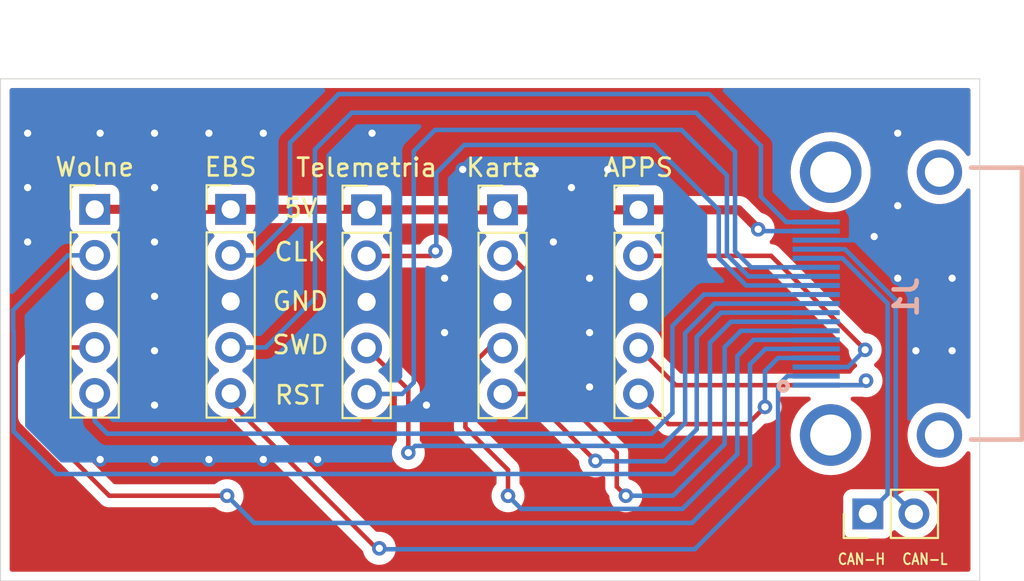
<source format=kicad_pcb>
(kicad_pcb (version 20211014) (generator pcbnew)
  (layers (0 "F.Cu" signal) (31 "B.Cu" signal) (34 "B.Paste" user) (35 "F.Paste" user) (36 "B.SilkS" user "B.Silkscreen") (37 "F.SilkS" user "F.Silkscreen") (38 "B.Mask" user) (39 "F.Mask" user) (44 "Edge.Cuts" user))
  (net 0 "")
  (net 1 "GND")
  (net 2 "+5V")
  (net 3 "/CLK1")
  (net 4 "/SWD1")
  (net 5 "/RST1")
  (net 6 "/CLK4")
  (net 7 "/SWD4")
  (net 8 "/RST4")
  (net 9 "/CLK2")
  (net 10 "/SWD2")
  (net 11 "/RST2")
  (net 12 "/CAN-H")
  (net 13 "/CAN-L")
  (net 14 "/CLK5")
  (net 15 "/SWD5")
  (net 16 "/RST5")
  (net 17 "/CLK3")
  (net 18 "/SWD3")
  (net 19 "/RST3")
  (footprint "Connector_PinHeader_2.54mm:PinHeader_1x05_P2.54mm_Vertical" (layer "F.Cu") (at 147.1 93.925)
    (fp_text reference "Telemetria" (at 0 -2.33) (layer "F.SilkS"))
    (fp_text value "3")
    (fp_line (start -1.33 -1.33) (end 0 -1.33) (layer "F.SilkS") (width 0.12))
    (fp_line (start -1.33 1.27) (end 1.33 1.27) (layer "F.SilkS") (width 0.12))
    (fp_line (start -1.33 1.27) (end -1.33 11.49) (layer "F.SilkS") (width 0.12))
    (fp_line (start 1.33 1.27) (end 1.33 11.49) (layer "F.SilkS") (width 0.12))
    (fp_line (start -1.33 0) (end -1.33 -1.33) (layer "F.SilkS") (width 0.12))
    (fp_line (start -1.33 11.49) (end 1.33 11.49) (layer "F.SilkS") (width 0.12))
    (pad "1" thru_hole rect (at 0 0) (size 1.7 1.7) (drill 1) (layers *.Cu *.Mask) (net 2 "+5V"))
    (pad "2" thru_hole oval (at 0 2.54) (size 1.7 1.7) (drill 1) (layers *.Cu *.Mask) (net 17 "/CLK3"))
    (pad "3" thru_hole oval (at 0 5.08) (size 1.7 1.7) (drill 1) (layers *.Cu *.Mask) (net 1 "GND"))
    (pad "4" thru_hole oval (at 0 7.62) (size 1.7 1.7) (drill 1) (layers *.Cu *.Mask) (net 18 "/SWD3"))
    (pad "5" thru_hole oval (at 0 10.16) (size 1.7 1.7) (drill 1) (layers *.Cu *.Mask) (net 19 "/RST3"))
  )
  (footprint "Connector_PinHeader_2.54mm:PinHeader_1x05_P2.54mm_Vertical" (layer "F.Cu") (at 139.6 93.9)
    (fp_text reference "EBS" (at 0 -2.33) (layer "F.SilkS"))
    (fp_text value "2")
    (fp_line (start -1.33 0) (end -1.33 -1.33) (layer "F.SilkS") (width 0.12))
    (fp_line (start -1.33 1.27) (end -1.33 11.49) (layer "F.SilkS") (width 0.12))
    (fp_line (start -1.33 -1.33) (end 0 -1.33) (layer "F.SilkS") (width 0.12))
    (fp_line (start -1.33 11.49) (end 1.33 11.49) (layer "F.SilkS") (width 0.12))
    (fp_line (start -1.33 1.27) (end 1.33 1.27) (layer "F.SilkS") (width 0.12))
    (fp_line (start 1.33 1.27) (end 1.33 11.49) (layer "F.SilkS") (width 0.12))
    (pad "1" thru_hole rect (at 0 0) (size 1.7 1.7) (drill 1) (layers *.Cu *.Mask) (net 2 "+5V"))
    (pad "2" thru_hole oval (at 0 2.54) (size 1.7 1.7) (drill 1) (layers *.Cu *.Mask) (net 6 "/CLK4"))
    (pad "3" thru_hole oval (at 0 5.08) (size 1.7 1.7) (drill 1) (layers *.Cu *.Mask) (net 1 "GND"))
    (pad "4" thru_hole oval (at 0 7.62) (size 1.7 1.7) (drill 1) (layers *.Cu *.Mask) (net 7 "/SWD4"))
    (pad "5" thru_hole oval (at 0 10.16) (size 1.7 1.7) (drill 1) (layers *.Cu *.Mask) (net 8 "/RST4"))
  )
  (footprint "Connector_PinHeader_2.54mm:PinHeader_1x05_P2.54mm_Vertical" (layer "F.Cu") (at 154.6 93.925)
    (fp_text reference "Karta" (at 0 -2.33) (layer "F.SilkS"))
    (fp_text value "4")
    (fp_line (start -1.33 0) (end -1.33 -1.33) (layer "F.SilkS") (width 0.12))
    (fp_line (start -1.33 11.49) (end 1.33 11.49) (layer "F.SilkS") (width 0.12))
    (fp_line (start -1.33 1.27) (end 1.33 1.27) (layer "F.SilkS") (width 0.12))
    (fp_line (start 1.33 1.27) (end 1.33 11.49) (layer "F.SilkS") (width 0.12))
    (fp_line (start -1.33 1.27) (end -1.33 11.49) (layer "F.SilkS") (width 0.12))
    (fp_line (start -1.33 -1.33) (end 0 -1.33) (layer "F.SilkS") (width 0.12))
    (pad "1" thru_hole rect (at 0 0) (size 1.7 1.7) (drill 1) (layers *.Cu *.Mask) (net 2 "+5V"))
    (pad "2" thru_hole oval (at 0 2.54) (size 1.7 1.7) (drill 1) (layers *.Cu *.Mask) (net 9 "/CLK2"))
    (pad "3" thru_hole oval (at 0 5.08) (size 1.7 1.7) (drill 1) (layers *.Cu *.Mask) (net 1 "GND"))
    (pad "4" thru_hole oval (at 0 7.62) (size 1.7 1.7) (drill 1) (layers *.Cu *.Mask) (net 10 "/SWD2"))
    (pad "5" thru_hole oval (at 0 10.16) (size 1.7 1.7) (drill 1) (layers *.Cu *.Mask) (net 11 "/RST2"))
  )
  (footprint "Connector_PinHeader_2.54mm:PinHeader_1x05_P2.54mm_Vertical" (layer "F.Cu") (at 162.1 93.925)
    (fp_text reference "APPS" (at 0 -2.33) (layer "F.SilkS"))
    (fp_text value "5")
    (fp_line (start 1.33 1.27) (end 1.33 11.49) (layer "F.SilkS") (width 0.12))
    (fp_line (start -1.33 -1.33) (end 0 -1.33) (layer "F.SilkS") (width 0.12))
    (fp_line (start -1.33 1.27) (end 1.33 1.27) (layer "F.SilkS") (width 0.12))
    (fp_line (start -1.33 0) (end -1.33 -1.33) (layer "F.SilkS") (width 0.12))
    (fp_line (start -1.33 11.49) (end 1.33 11.49) (layer "F.SilkS") (width 0.12))
    (fp_line (start -1.33 1.27) (end -1.33 11.49) (layer "F.SilkS") (width 0.12))
    (pad "1" thru_hole rect (at 0 0) (size 1.7 1.7) (drill 1) (layers *.Cu *.Mask) (net 2 "+5V"))
    (pad "2" thru_hole oval (at 0 2.54) (size 1.7 1.7) (drill 1) (layers *.Cu *.Mask) (net 3 "/CLK1"))
    (pad "3" thru_hole oval (at 0 5.08) (size 1.7 1.7) (drill 1) (layers *.Cu *.Mask) (net 1 "GND"))
    (pad "4" thru_hole oval (at 0 7.62) (size 1.7 1.7) (drill 1) (layers *.Cu *.Mask) (net 4 "/SWD1"))
    (pad "5" thru_hole oval (at 0 10.16) (size 1.7 1.7) (drill 1) (layers *.Cu *.Mask) (net 5 "/RST1"))
  )
  (footprint "Connector_PinHeader_2.54mm:PinHeader_1x02_P2.54mm_Vertical" (layer "F.Cu") (at 174.75 110.7 90)
    (fp_text reference "J5" hide)
    (fp_text value "CAN" hide)
    (fp_line (start -1.33 1.27) (end 1.33 1.27) (layer "F.SilkS") (width 0.12))
    (fp_line (start -1.33 3.87) (end 1.33 3.87) (layer "F.SilkS") (width 0.12))
    (fp_line (start 1.33 1.27) (end 1.33 3.87) (layer "F.SilkS") (width 0.12))
    (fp_line (start -1.33 -1.33) (end 0 -1.33) (layer "F.SilkS") (width 0.12))
    (fp_line (start -1.33 0) (end -1.33 -1.33) (layer "F.SilkS") (width 0.12))
    (fp_line (start -1.33 1.27) (end -1.33 3.87) (layer "F.SilkS") (width 0.12))
    (pad "1" thru_hole rect (at 0 0 90) (size 1.7 1.7) (drill 1) (layers *.Cu *.Mask) (net 12 "/CAN-H"))
    (pad "2" thru_hole oval (at 0 2.54 90) (size 1.7 1.7) (drill 1) (layers *.Cu *.Mask) (net 13 "/CAN-L"))
  )
  (footprint "Connector_PinHeader_2.54mm:PinHeader_1x05_P2.54mm_Vertical" (layer "F.Cu") (at 132.1 93.9)
    (fp_text reference "Wolne" (at 0 -2.33) (layer "F.SilkS"))
    (fp_text value "1")
    (fp_line (start -1.33 1.27) (end -1.33 11.49) (layer "F.SilkS") (width 0.12))
    (fp_line (start 1.33 1.27) (end 1.33 11.49) (layer "F.SilkS") (width 0.12))
    (fp_line (start -1.33 11.49) (end 1.33 11.49) (layer "F.SilkS") (width 0.12))
    (fp_line (start -1.33 -1.33) (end 0 -1.33) (layer "F.SilkS") (width 0.12))
    (fp_line (start -1.33 0) (end -1.33 -1.33) (layer "F.SilkS") (width 0.12))
    (fp_line (start -1.33 1.27) (end 1.33 1.27) (layer "F.SilkS") (width 0.12))
    (pad "1" thru_hole rect (at 0 0) (size 1.7 1.7) (drill 1) (layers *.Cu *.Mask) (net 2 "+5V"))
    (pad "2" thru_hole oval (at 0 2.54) (size 1.7 1.7) (drill 1) (layers *.Cu *.Mask) (net 14 "/CLK5"))
    (pad "3" thru_hole oval (at 0 5.08) (size 1.7 1.7) (drill 1) (layers *.Cu *.Mask) (net 1 "GND"))
    (pad "4" thru_hole oval (at 0 7.62) (size 1.7 1.7) (drill 1) (layers *.Cu *.Mask) (net 15 "/SWD5"))
    (pad "5" thru_hole oval (at 0 10.16) (size 1.7 1.7) (drill 1) (layers *.Cu *.Mask) (net 16 "/RST5"))
  )
  (footprint "footprints:685119134923" (layer "B.Cu") (at 171.1 99.1 -90)
    (fp_text reference "J1" (at -0.36233 -5.76727 90) (layer "B.SilkS") (effects (font (size 1.27 1.27) (thickness 0.254)) (justify mirror)))
    (fp_text value "hdmi wurth" hide)
    (fp_line (start -7.5 -12.15) (end 7.5 -12.15) (layer "B.SilkS") (width 0.254))
    (fp_line (start -7.5 -12.15) (end -7.5 -9.348) (layer "B.SilkS") (width 0.254))
    (fp_line (start 7.5 -12.15) (end 7.5 -9.348) (layer "B.SilkS") (width 0.254))
    (fp_circle (center 4.554 1.014) (end 4.554 0.9) (layer "B.SilkS") (width 0.254) (fill none))
    (pad "1" smd rect locked (at 4.5 -0.8 270) (size 0.28 2.6) (layers "B.Cu" "B.Paste" "B.Mask") (net 4 "/SWD1"))
    (pad "2" smd rect locked (at 4 -0.8 270) (size 0.28 2.6) (layers "B.Cu" "B.Paste" "B.Mask") (net 8 "/RST4"))
    (pad "3" smd rect locked (at 3.5 -0.8 270) (size 0.28 2.6) (layers "B.Cu" "B.Paste" "B.Mask") (net 3 "/CLK1"))
    (pad "4" smd rect locked (at 3 -0.8 270) (size 0.28 2.6) (layers "B.Cu" "B.Paste" "B.Mask") (net 5 "/RST1"))
    (pad "5" smd rect locked (at 2.5 -0.8 270) (size 0.28 2.6) (layers "B.Cu" "B.Paste" "B.Mask") (net 15 "/SWD5"))
    (pad "6" smd rect locked (at 2 -0.8 270) (size 0.28 2.6) (layers "B.Cu" "B.Paste" "B.Mask") (net 10 "/SWD2"))
    (pad "7" smd rect locked (at 1.5 -0.8 270) (size 0.28 2.6) (layers "B.Cu" "B.Paste" "B.Mask") (net 9 "/CLK2"))
    (pad "8" smd rect locked (at 1 -0.8 270) (size 0.28 2.6) (layers "B.Cu" "B.Paste" "B.Mask") (net 14 "/CLK5"))
    (pad "9" smd rect locked (at 0.5 -0.8 270) (size 0.28 2.6) (layers "B.Cu" "B.Paste" "B.Mask") (net 11 "/RST2"))
    (pad "10" smd rect locked (at 0 -0.8 270) (size 0.28 2.6) (layers "B.Cu" "B.Paste" "B.Mask") (net 18 "/SWD3"))
    (pad "11" smd rect locked (at -0.5 -0.8 270) (size 0.28 2.6) (layers "B.Cu" "B.Paste" "B.Mask") (net 16 "/RST5"))
    (pad "12" smd rect locked (at -1 -0.8 270) (size 0.28 2.6) (layers "B.Cu" "B.Paste" "B.Mask") (net 17 "/CLK3"))
    (pad "13" smd rect locked (at -1.5 -0.8 270) (size 0.28 2.6) (layers "B.Cu" "B.Paste" "B.Mask") (net 19 "/RST3"))
    (pad "14" smd rect locked (at -2 -0.8 270) (size 0.28 2.6) (layers "B.Cu" "B.Paste" "B.Mask") (net 7 "/SWD4"))
    (pad "15" smd rect locked (at -2.5 -0.8 270) (size 0.28 2.6) (layers "B.Cu" "B.Paste" "B.Mask") (net 12 "/CAN-H"))
    (pad "16" smd rect locked (at -3 -0.8 270) (size 0.28 2.6) (layers "B.Cu" "B.Paste" "B.Mask") (net 13 "/CAN-L"))
    (pad "17" smd rect locked (at -3.5 -0.8 270) (size 0.28 2.6) (layers "B.Cu" "B.Paste" "B.Mask") (net 1 "GND"))
    (pad "18" smd rect locked (at -4 -0.8 270) (size 0.28 2.6) (layers "B.Cu" "B.Paste" "B.Mask") (net 2 "+5V"))
    (pad "19" smd rect locked (at -4.5 -0.8 270) (size 0.28 2.6) (layers "B.Cu" "B.Paste" "B.Mask") (net 6 "/CLK4"))
    (pad "20" thru_hole circle locked (at -7.25 -1.6 270) (size 3.4 3.4) (drill 2.26) (layers *.Cu *.Mask))
    (pad "21" thru_hole circle locked (at 7.25 -1.6 270) (size 3.4 3.4) (drill 2.26) (layers *.Cu *.Mask))
    (pad "22" thru_hole circle locked (at -7.25 -7.6 270) (size 2.5 2.5) (drill 1.61) (layers *.Cu *.Mask))
    (pad "23" thru_hole circle locked (at 7.25 -7.6 270) (size 2.5 2.5) (drill 1.61) (layers *.Cu *.Mask))
  )
  (gr_line (start 126.9 86.7) (end 180.92 86.7) (layer "Edge.Cuts") (width 0.05))
  (gr_line (start 180.92 114.4) (end 126.9 114.4) (layer "Edge.Cuts") (width 0.05))
  (gr_line (start 126.9 114.4) (end 126.9 86.7) (layer "Edge.Cuts") (width 0.05))
  (gr_line (start 180.92 86.7) (end 180.92 114.4) (layer "Edge.Cuts") (width 0.05))
  (gr_text "GND" (at 143.45 98.975) (layer "F.SilkS") (effects (font (size 1 1))))
  (gr_text "SWD" (at 143.45 101.375) (layer "F.SilkS") (effects (font (size 1 1))))
  (gr_text "CAN-H\n" (at 174.4 113.2) (layer "F.SilkS") (effects (font (size 0.6 0.5) (thickness 0.1))))
  (gr_text "RST" (at 143.4 104.15) (layer "F.SilkS") (effects (font (size 1 1))))
  (gr_text "5V" (at 143.475 93.85) (layer "F.SilkS") (effects (font (size 1 1))))
  (gr_text "CAN-L" (at 177.9 113.2) (layer "F.SilkS") (effects (font (size 0.6 0.5) (thickness 0.1))))
  (gr_text "CLK" (at 143.425 96.25) (layer "F.SilkS") (effects (font (size 1 1))))
  (via (at 159.4 100.7) (size 0.8) (drill 0.4) (layers "F.Cu" "B.Cu") (net 1))
  (via (at 138.4 107.7) (size 0.8) (drill 0.4) (layers "F.Cu" "B.Cu") (net 1))
  (via (at 132.4 107.7) (size 0.8) (drill 0.4) (layers "F.Cu" "B.Cu") (net 1))
  (via (at 135.4 98.7) (size 0.8) (drill 0.4) (layers "F.Cu" "B.Cu") (net 1))
  (via (at 128.4 92.7) (size 0.8) (drill 0.4) (layers "F.Cu" "B.Cu") (net 1))
  (via (at 176.4 93.7) (size 0.8) (drill 0.4) (layers "F.Cu" "B.Cu") (net 1))
  (via (at 141.4 107.7) (size 0.8) (drill 0.4) (layers "F.Cu" "B.Cu") (net 1))
  (via (at 159.4 97.7) (size 0.8) (drill 0.4) (layers "F.Cu" "B.Cu") (net 1))
  (via (at 135.4 101.7) (size 0.8) (drill 0.4) (layers "F.Cu" "B.Cu") (net 1))
  (via (at 128.4 95.7) (size 0.8) (drill 0.4) (layers "F.Cu" "B.Cu") (net 1))
  (via (at 135.4 107.7) (size 0.8) (drill 0.4) (layers "F.Cu" "B.Cu") (net 1))
  (via (at 135.4 104.7) (size 0.8) (drill 0.4) (layers "F.Cu" "B.Cu") (net 1))
  (via (at 151.4 100.7) (size 0.8) (drill 0.4) (layers "F.Cu" "B.Cu") (net 1))
  (via (at 144.4 107.7) (size 0.8) (drill 0.4) (layers "F.Cu" "B.Cu") (net 1))
  (via (at 152.4 91.7) (size 0.8) (drill 0.4) (layers "F.Cu" "B.Cu") (net 1))
  (via (at 156.4 91.7) (size 0.8) (drill 0.4) (layers "F.Cu" "B.Cu") (net 1))
  (via (at 151.4 97.7) (size 0.8) (drill 0.4) (layers "F.Cu" "B.Cu") (net 1))
  (via (at 132.4 89.7) (size 0.8) (drill 0.4) (layers "F.Cu" "B.Cu") (net 1))
  (via (at 176.4 89.7) (size 0.8) (drill 0.4) (layers "F.Cu" "B.Cu") (net 1))
  (via (at 175.1 95.4) (size 0.8) (drill 0.4) (layers "F.Cu" "B.Cu") (net 1))
  (via (at 157.4 95.7) (size 0.8) (drill 0.4) (layers "F.Cu" "B.Cu") (net 1))
  (via (at 147.4 89.7) (size 0.8) (drill 0.4) (layers "F.Cu" "B.Cu") (net 1))
  (via (at 176.4 97.7) (size 0.8) (drill 0.4) (layers "F.Cu" "B.Cu") (net 1))
  (via (at 177.4 101.7) (size 0.8) (drill 0.4) (layers "F.Cu" "B.Cu") (net 1))
  (via (at 179.4 97.7) (size 0.8) (drill 0.4) (layers "F.Cu" "B.Cu") (net 1))
  (via (at 158.4 92.7) (size 0.8) (drill 0.4) (layers "F.Cu" "B.Cu") (net 1))
  (via (at 141.4 89.7) (size 0.8) (drill 0.4) (layers "F.Cu" "B.Cu") (net 1))
  (via (at 179.4 101.7) (size 0.8) (drill 0.4) (layers "F.Cu" "B.Cu") (net 1))
  (via (at 138.4 89.7) (size 0.8) (drill 0.4) (layers "F.Cu" "B.Cu") (net 1))
  (via (at 150.4 104.7) (size 0.8) (drill 0.4) (layers "F.Cu" "B.Cu") (net 1))
  (via (at 128.4 89.7) (size 0.8) (drill 0.4) (layers "F.Cu" "B.Cu") (net 1))
  (via (at 135.4 89.7) (size 0.8) (drill 0.4) (layers "F.Cu" "B.Cu") (net 1))
  (via (at 160.4 91.7) (size 0.8) (drill 0.4) (layers "F.Cu" "B.Cu") (net 1))
  (via (at 135.4 95.7) (size 0.8) (drill 0.4) (layers "F.Cu" "B.Cu") (net 1))
  (via (at 135.4 92.7) (size 0.8) (drill 0.4) (layers "F.Cu" "B.Cu") (net 1))
  (via (at 159.4 103.7) (size 0.8) (drill 0.4) (layers "F.Cu" "B.Cu") (net 1))
  (segment (start 174.9 95.6) (end 175.1 95.4) (width 0.25) (layer "B.Cu") (net 1))
  (segment (start 171.9 95.6) (end 174.9 95.6) (width 0.25) (layer "B.Cu") (net 1))
  (segment (start 139.6 93.9) (end 147.075 93.9) (width 0.5) (layer "F.Cu") (net 2))
  (segment (start 167.625 93.925) (end 168.7 95) (width 0.5) (layer "F.Cu") (net 2))
  (segment (start 162.1 93.925) (end 167.625 93.925) (width 0.5) (layer "F.Cu") (net 2))
  (segment (start 154.6 93.925) (end 162.1 93.925) (width 0.5) (layer "F.Cu") (net 2))
  (segment (start 147.1 93.925) (end 154.6 93.925) (width 0.5) (layer "F.Cu") (net 2))
  (segment (start 147.075 93.9) (end 147.1 93.925) (width 0.5) (layer "F.Cu") (net 2))
  (segment (start 139.6 93.9) (end 132.1 93.9) (width 0.5) (layer "F.Cu") (net 2))
  (via (at 168.7 95) (size 0.8) (drill 0.4) (layers "F.Cu" "B.Cu") (net 2))
  (segment (start 171.9 95.1) (end 168.8 95.1) (width 0.25) (layer "B.Cu") (net 2))
  (segment (start 168.8 95.1) (end 168.7 95) (width 0.25) (layer "B.Cu") (net 2))
  (segment (start 169.415 96.465) (end 162.1 96.465) (width 0.25) (layer "F.Cu") (net 3))
  (segment (start 174.6 101.65) (end 169.415 96.465) (width 0.25) (layer "F.Cu") (net 3))
  (via (at 174.6 101.65) (size 0.8) (drill 0.4) (layers "F.Cu" "B.Cu") (net 3))
  (segment (start 171.9 102.6) (end 173.65 102.6) (width 0.25) (layer "B.Cu") (net 3))
  (segment (start 173.65 102.6) (end 174.6 101.65) (width 0.25) (layer "B.Cu") (net 3))
  (segment (start 174.4 103.6) (end 164.155 103.6) (width 0.25) (layer "F.Cu") (net 4))
  (segment (start 164.155 103.6) (end 162.1 101.545) (width 0.25) (layer "F.Cu") (net 4))
  (segment (start 174.65 103.35) (end 174.4 103.6) (width 0.25) (layer "F.Cu") (net 4))
  (via (at 174.65 103.35) (size 0.8) (drill 0.4) (layers "F.Cu" "B.Cu") (net 4))
  (segment (start 174.4 103.6) (end 174.65 103.35) (width 0.25) (layer "B.Cu") (net 4))
  (segment (start 171.9 103.6) (end 174.4 103.6) (width 0.25) (layer "B.Cu") (net 4))
  (segment (start 168.1255 105.75) (end 163.765 105.75) (width 0.25) (layer "F.Cu") (net 5))
  (segment (start 163.765 105.75) (end 162.1 104.085) (width 0.25) (layer "F.Cu") (net 5))
  (segment (start 169.0755 104.8) (end 168.1255 105.75) (width 0.25) (layer "F.Cu") (net 5))
  (via (at 169.0755 104.8) (size 0.8) (drill 0.4) (layers "F.Cu" "B.Cu") (net 5))
  (segment (start 169.8 102.1) (end 171.9 102.1) (width 0.25) (layer "B.Cu") (net 5))
  (segment (start 169.0755 102.8245) (end 169.8 102.1) (width 0.25) (layer "B.Cu") (net 5))
  (segment (start 169.0755 104.8) (end 169.0755 102.8245) (width 0.25) (layer "B.Cu") (net 5))
  (segment (start 145.56 87.54) (end 142.875 90.225) (width 0.25) (layer "B.Cu") (net 6))
  (segment (start 140.935 96.44) (end 139.6 96.44) (width 0.25) (layer "B.Cu") (net 6))
  (segment (start 168.85 90.4) (end 165.99 87.54) (width 0.25) (layer "B.Cu") (net 6))
  (segment (start 142.875 94.5) (end 140.935 96.44) (width 0.25) (layer "B.Cu") (net 6))
  (segment (start 168.85 93.2) (end 168.85 90.4) (width 0.25) (layer "B.Cu") (net 6))
  (segment (start 142.875 90.225) (end 142.875 94.5) (width 0.25) (layer "B.Cu") (net 6))
  (segment (start 165.99 87.54) (end 145.56 87.54) (width 0.25) (layer "B.Cu") (net 6))
  (segment (start 170.25 94.6) (end 168.85 93.2) (width 0.25) (layer "B.Cu") (net 6))
  (segment (start 171.9 94.6) (end 170.25 94.6) (width 0.25) (layer "B.Cu") (net 6))
  (segment (start 146.28 88.57) (end 144.25 90.6) (width 0.25) (layer "B.Cu") (net 7))
  (segment (start 171.9 97.1) (end 168.310978 97.1) (width 0.25) (layer "B.Cu") (net 7))
  (segment (start 167.42452 90.72452) (end 165.27 88.57) (width 0.25) (layer "B.Cu") (net 7))
  (segment (start 144.25 98.8) (end 141.53 101.52) (width 0.25) (layer "B.Cu") (net 7))
  (segment (start 167.42452 96.213542) (end 167.42452 90.72452) (width 0.25) (layer "B.Cu") (net 7))
  (segment (start 168.310978 97.1) (end 167.42452 96.213542) (width 0.25) (layer "B.Cu") (net 7))
  (segment (start 144.25 90.6) (end 144.25 98.8) (width 0.25) (layer "B.Cu") (net 7))
  (segment (start 165.27 88.57) (end 146.28 88.57) (width 0.25) (layer "B.Cu") (net 7))
  (segment (start 141.53 101.52) (end 139.6 101.52) (width 0.25) (layer "B.Cu") (net 7))
  (segment (start 147.8 112.6) (end 147.64 112.6) (width 0.25) (layer "F.Cu") (net 8))
  (segment (start 147.64 112.6) (end 139.6 104.56) (width 0.25) (layer "F.Cu") (net 8))
  (segment (start 139.6 104.56) (end 139.6 104.06) (width 0.25) (layer "F.Cu") (net 8))
  (via (at 147.8 112.6) (size 0.8) (drill 0.4) (layers "F.Cu" "B.Cu") (net 8))
  (segment (start 169.8 103.610978) (end 170.310978 103.1) (width 0.25) (layer "B.Cu") (net 8))
  (segment (start 147.8 112.6) (end 147.85 112.65) (width 0.25) (layer "B.Cu") (net 8))
  (segment (start 170.310978 103.1) (end 171.9 103.1) (width 0.25) (layer "B.Cu") (net 8))
  (segment (start 169.8 108.05) (end 169.8 103.610978) (width 0.25) (layer "B.Cu") (net 8))
  (segment (start 165.2 112.65) (end 169.8 108.05) (width 0.25) (layer "B.Cu") (net 8))
  (segment (start 147.85 112.65) (end 165.2 112.65) (width 0.25) (layer "B.Cu") (net 8))
  (segment (start 161.4 109.7) (end 160.9 109.2) (width 0.25) (layer "F.Cu") (net 9))
  (segment (start 158.1 99.525) (end 155.04 96.465) (width 0.25) (layer "F.Cu") (net 9))
  (segment (start 160.9 107.325) (end 158.1 104.525) (width 0.25) (layer "F.Cu") (net 9))
  (segment (start 160.9 109.2) (end 160.9 107.325) (width 0.25) (layer "F.Cu") (net 9))
  (segment (start 155.04 96.465) (end 154.6 96.465) (width 0.25) (layer "F.Cu") (net 9))
  (segment (start 158.1 104.525) (end 158.1 99.525) (width 0.25) (layer "F.Cu") (net 9))
  (via (at 161.4 109.7) (size 0.8) (drill 0.4) (layers "F.Cu" "B.Cu") (net 9))
  (segment (start 164 109.7) (end 166.85 106.85) (width 0.25) (layer "B.Cu") (net 9))
  (segment (start 166.85 106.85) (end 166.85 101.5) (width 0.25) (layer "B.Cu") (net 9))
  (segment (start 161.4 109.7) (end 164 109.7) (width 0.25) (layer "B.Cu") (net 9))
  (segment (start 166.85 101.5) (end 167.75 100.6) (width 0.25) (layer "B.Cu") (net 9))
  (segment (start 167.75 100.6) (end 171.9 100.6) (width 0.25) (layer "B.Cu") (net 9))
  (segment (start 152.55 102.85) (end 153.855 101.545) (width 0.25) (layer "F.Cu") (net 10))
  (segment (start 153.855 101.545) (end 154.6 101.545) (width 0.25) (layer "F.Cu") (net 10))
  (segment (start 152.55 105.925) (end 152.55 102.85) (width 0.25) (layer "F.Cu") (net 10))
  (segment (start 154.9 108.275) (end 152.55 105.925) (width 0.25) (layer "F.Cu") (net 10))
  (segment (start 154.9 109.7) (end 154.9 108.275) (width 0.25) (layer "F.Cu") (net 10))
  (via (at 154.9 109.7) (size 0.8) (drill 0.4) (layers "F.Cu" "B.Cu") (net 10))
  (segment (start 167.55 102) (end 168.45 101.1) (width 0.25) (layer "B.Cu") (net 10))
  (segment (start 167.55 107.4) (end 167.55 102) (width 0.25) (layer "B.Cu") (net 10))
  (segment (start 164.525 110.425) (end 167.55 107.4) (width 0.25) (layer "B.Cu") (net 10))
  (segment (start 154.9 109.7) (end 155.625 110.425) (width 0.25) (layer "B.Cu") (net 10))
  (segment (start 155.625 110.425) (end 164.525 110.425) (width 0.25) (layer "B.Cu") (net 10))
  (segment (start 168.45 101.1) (end 171.9 101.1) (width 0.25) (layer "B.Cu") (net 10))
  (segment (start 159.725 107.775) (end 156.035 104.085) (width 0.25) (layer "F.Cu") (net 11))
  (segment (start 156.035 104.085) (end 154.6 104.085) (width 0.25) (layer "F.Cu") (net 11))
  (via (at 159.725 107.775) (size 0.8) (drill 0.4) (layers "F.Cu" "B.Cu") (net 11))
  (segment (start 159.75 107.8) (end 163.546434 107.8) (width 0.25) (layer "B.Cu") (net 11))
  (segment (start 165.31 100.94) (end 166.65 99.6) (width 0.25) (layer "B.Cu") (net 11))
  (segment (start 165.31 106.036434) (end 165.31 100.94) (width 0.25) (layer "B.Cu") (net 11))
  (segment (start 159.725 107.775) (end 159.75 107.8) (width 0.25) (layer "B.Cu") (net 11))
  (segment (start 163.546434 107.8) (end 165.31 106.036434) (width 0.25) (layer "B.Cu") (net 11))
  (segment (start 166.65 99.6) (end 171.9 99.6) (width 0.25) (layer "B.Cu") (net 11))
  (segment (start 173.353304 96.6) (end 175.84048 99.087176) (width 0.25) (layer "B.Cu") (net 12))
  (segment (start 175.84048 109.60952) (end 174.75 110.7) (width 0.25) (layer "B.Cu") (net 12))
  (segment (start 175.84048 99.087176) (end 175.84048 109.60952) (width 0.25) (layer "B.Cu") (net 12))
  (segment (start 171.9 96.6) (end 173.353304 96.6) (width 0.25) (layer "B.Cu") (net 12))
  (segment (start 173.489022 96.1) (end 176.29 98.900978) (width 0.25) (layer "B.Cu") (net 13))
  (segment (start 176.29 109.7) (end 177.29 110.7) (width 0.25) (layer "B.Cu") (net 13))
  (segment (start 171.9 96.1) (end 173.489022 96.1) (width 0.25) (layer "B.Cu") (net 13))
  (segment (start 176.29 98.900978) (end 176.29 109.7) (width 0.25) (layer "B.Cu") (net 13))
  (segment (start 127.6 99.46) (end 130.62 96.44) (width 0.25) (layer "B.Cu") (net 14))
  (segment (start 130.62 96.44) (end 132.1 96.44) (width 0.25) (layer "B.Cu") (net 14))
  (segment (start 129.974511 108.499511) (end 127.625 106.15) (width 0.25) (layer "B.Cu") (net 14))
  (segment (start 127.6 100.6) (end 127.6 99.46) (width 0.25) (layer "B.Cu") (net 14))
  (segment (start 171.9 100.1) (end 167.2 100.1) (width 0.25) (layer "B.Cu") (net 14))
  (segment (start 127.625 106.15) (end 127.625 100.625) (width 0.25) (layer "B.Cu") (net 14))
  (segment (start 167.2 100.1) (end 166.04 101.26) (width 0.25) (layer "B.Cu") (net 14))
  (segment (start 166.04 106.46) (end 164.000489 108.499511) (width 0.25) (layer "B.Cu") (net 14))
  (segment (start 127.625 100.625) (end 127.6 100.6) (width 0.25) (layer "B.Cu") (net 14))
  (segment (start 164.000489 108.499511) (end 129.974511 108.499511) (width 0.25) (layer "B.Cu") (net 14))
  (segment (start 166.04 101.26) (end 166.04 106.46) (width 0.25) (layer "B.Cu") (net 14))
  (segment (start 128.5 102.55) (end 129.53 101.52) (width 0.25) (layer "F.Cu") (net 15))
  (segment (start 129.53 101.52) (end 132.1 101.52) (width 0.25) (layer "F.Cu") (net 15))
  (segment (start 128.5 105.3) (end 128.5 102.55) (width 0.25) (layer "F.Cu") (net 15))
  (segment (start 132.9 109.7) (end 128.5 105.3) (width 0.25) (layer "F.Cu") (net 15))
  (segment (start 139.4 109.7) (end 132.9 109.7) (width 0.25) (layer "F.Cu") (net 15))
  (via (at 139.4 109.7) (size 0.8) (drill 0.4) (layers "F.Cu" "B.Cu") (net 15))
  (segment (start 169.1 101.6) (end 171.9 101.6) (width 0.25) (layer "B.Cu") (net 15))
  (segment (start 168.25 102.45) (end 169.1 101.6) (width 0.25) (layer "B.Cu") (net 15))
  (segment (start 140.9 111.2) (end 165.05 111.2) (width 0.25) (layer "B.Cu") (net 15))
  (segment (start 168.25 108) (end 168.25 102.45) (width 0.25) (layer "B.Cu") (net 15))
  (segment (start 165.05 111.2) (end 168.25 108) (width 0.25) (layer "B.Cu") (net 15))
  (segment (start 139.4 109.7) (end 140.9 111.2) (width 0.25) (layer "B.Cu") (net 15))
  (segment (start 132.795 106.275) (end 132.1 105.58) (width 0.25) (layer "B.Cu") (net 16))
  (segment (start 132.1 105.58) (end 132.1 104.06) (width 0.25) (layer "B.Cu") (net 16))
  (segment (start 171.9 98.6) (end 165.7 98.6) (width 0.25) (layer "B.Cu") (net 16))
  (segment (start 163.97 105.13) (end 162.825 106.275) (width 0.25) (layer "B.Cu") (net 16))
  (segment (start 165.7 98.6) (end 163.97 100.33) (width 0.25) (layer "B.Cu") (net 16))
  (segment (start 163.97 100.33) (end 163.97 105.13) (width 0.25) (layer "B.Cu") (net 16))
  (segment (start 162.825 106.275) (end 132.795 106.275) (width 0.25) (layer "B.Cu") (net 16))
  (segment (start 147.11 96.475) (end 147.1 96.465) (width 0.25) (layer "F.Cu") (net 17))
  (segment (start 150.9 96.2) (end 150.625 96.475) (width 0.25) (layer "F.Cu") (net 17))
  (segment (start 150.625 96.475) (end 147.11 96.475) (width 0.25) (layer "F.Cu") (net 17))
  (via (at 150.9 96.2) (size 0.8) (drill 0.4) (layers "F.Cu" "B.Cu") (net 17))
  (segment (start 150.942859 91.892859) (end 152.485718 90.35) (width 0.25) (layer "B.Cu") (net 17))
  (segment (start 168.039544 98.1) (end 171.9 98.1) (width 0.25) (layer "B.Cu") (net 17))
  (segment (start 152.485718 90.35) (end 162.95 90.35) (width 0.25) (layer "B.Cu") (net 17))
  (segment (start 166.52548 96.585936) (end 168.039544 98.1) (width 0.25) (layer "B.Cu") (net 17))
  (segment (start 150.942859 96.157141) (end 150.942859 91.892859) (width 0.25) (layer "B.Cu") (net 17))
  (segment (start 162.95 90.35) (end 166.52548 93.92548) (width 0.25) (layer "B.Cu") (net 17))
  (segment (start 166.52548 93.92548) (end 166.52548 96.585936) (width 0.25) (layer "B.Cu") (net 17))
  (segment (start 150.9 96.2) (end 150.942859 96.157141) (width 0.25) (layer "B.Cu") (net 17))
  (segment (start 149.4 103.845) (end 147.1 101.545) (width 0.25) (layer "F.Cu") (net 18))
  (segment (start 149.4 107.325) (end 149.4 103.845) (width 0.25) (layer "F.Cu") (net 18))
  (via (at 149.4 107.325) (size 0.8) (drill 0.4) (layers "F.Cu" "B.Cu") (net 18))
  (segment (start 164.67 105.68) (end 164.67 100.73) (width 0.25) (layer "B.Cu") (net 18))
  (segment (start 164.67 100.73) (end 166.3 99.1) (width 0.25) (layer "B.Cu") (net 18))
  (segment (start 149.775 106.95) (end 163.4 106.95) (width 0.25) (layer "B.Cu") (net 18))
  (segment (start 149.4 107.325) (end 149.775 106.95) (width 0.25) (layer "B.Cu") (net 18))
  (segment (start 166.3 99.1) (end 171.9 99.1) (width 0.25) (layer "B.Cu") (net 18))
  (segment (start 163.4 106.95) (end 164.67 105.68) (width 0.25) (layer "B.Cu") (net 18))
  (segment (start 171.9 97.6) (end 168.175261 97.6) (width 0.25) (layer "B.Cu") (net 19))
  (segment (start 164.47 89.52) (end 150.88 89.52) (width 0.25) (layer "B.Cu") (net 19))
  (segment (start 149.7 90.7) (end 149.7 103.45) (width 0.25) (layer "B.Cu") (net 19))
  (segment (start 166.975 92.025) (end 164.47 89.52) (width 0.25) (layer "B.Cu") (net 19))
  (segment (start 149.065 104.085) (end 147.1 104.085) (width 0.25) (layer "B.Cu") (net 19))
  (segment (start 149.7 103.45) (end 149.065 104.085) (width 0.25) (layer "B.Cu") (net 19))
  (segment (start 150.88 89.52) (end 149.7 90.7) (width 0.25) (layer "B.Cu") (net 19))
  (segment (start 168.175261 97.6) (end 166.975 96.399739) (width 0.25) (layer "B.Cu") (net 19))
  (segment (start 166.975 96.399739) (end 166.975 92.025) (width 0.25) (layer "B.Cu") (net 19))
  (zone (net 1) (net_name "GND") (layer "F.Cu") (connect_pads yes (clearance 0.508)) (min_thickness 0.254) (fill yes (thermal_gap 0.508) (thermal_bridge_width 0.508))
    (polygon (pts (xy 180.9 114.4) (xy 126.9 114.4) (xy 126.9 86.7) (xy 180.9 86.7)))
  )
  (zone (net 1) (net_name "GND") (layer "B.Cu") (connect_pads yes (clearance 0.508)) (min_thickness 0.254) (fill yes (thermal_gap 0.508) (thermal_bridge_width 0.508))
    (polygon (pts (xy 180.9 114.4) (xy 126.9 114.4) (xy 126.9 86.7) (xy 180.9 86.7)))
  )
)
</source>
